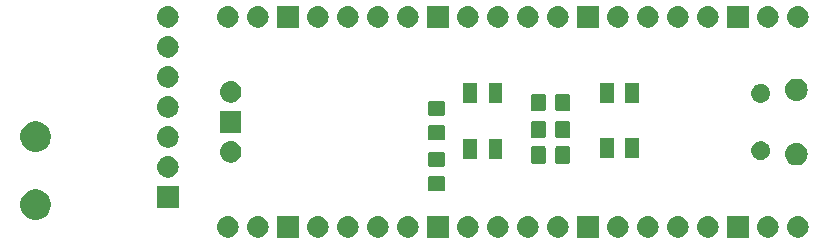
<source format=gbr>
G04 #@! TF.GenerationSoftware,KiCad,Pcbnew,(5.1.4)-1*
G04 #@! TF.CreationDate,2022-10-10T22:46:15+02:00*
G04 #@! TF.ProjectId,PiPico_BCU_Connector,50695069-636f-45f4-9243-555f436f6e6e,V00.04*
G04 #@! TF.SameCoordinates,Original*
G04 #@! TF.FileFunction,Soldermask,Bot*
G04 #@! TF.FilePolarity,Negative*
%FSLAX46Y46*%
G04 Gerber Fmt 4.6, Leading zero omitted, Abs format (unit mm)*
G04 Created by KiCad (PCBNEW (5.1.4)-1) date 2022-10-10 22:46:15*
%MOMM*%
%LPD*%
G04 APERTURE LIST*
%ADD10C,0.100000*%
G04 APERTURE END LIST*
D10*
G36*
X207120443Y-89275519D02*
G01*
X207186627Y-89282037D01*
X207356466Y-89333557D01*
X207512991Y-89417222D01*
X207526041Y-89427932D01*
X207650186Y-89529814D01*
X207733448Y-89631271D01*
X207762778Y-89667009D01*
X207846443Y-89823534D01*
X207897963Y-89993373D01*
X207915359Y-90170000D01*
X207897963Y-90346627D01*
X207846443Y-90516466D01*
X207762778Y-90672991D01*
X207733448Y-90708729D01*
X207650186Y-90810186D01*
X207548729Y-90893448D01*
X207512991Y-90922778D01*
X207356466Y-91006443D01*
X207186627Y-91057963D01*
X207120442Y-91064482D01*
X207054260Y-91071000D01*
X206965740Y-91071000D01*
X206899558Y-91064482D01*
X206833373Y-91057963D01*
X206663534Y-91006443D01*
X206507009Y-90922778D01*
X206471271Y-90893448D01*
X206369814Y-90810186D01*
X206286552Y-90708729D01*
X206257222Y-90672991D01*
X206173557Y-90516466D01*
X206122037Y-90346627D01*
X206104641Y-90170000D01*
X206122037Y-89993373D01*
X206173557Y-89823534D01*
X206257222Y-89667009D01*
X206286552Y-89631271D01*
X206369814Y-89529814D01*
X206493959Y-89427932D01*
X206507009Y-89417222D01*
X206663534Y-89333557D01*
X206833373Y-89282037D01*
X206899557Y-89275519D01*
X206965740Y-89269000D01*
X207054260Y-89269000D01*
X207120443Y-89275519D01*
X207120443Y-89275519D01*
G37*
G36*
X186800443Y-89275519D02*
G01*
X186866627Y-89282037D01*
X187036466Y-89333557D01*
X187192991Y-89417222D01*
X187206041Y-89427932D01*
X187330186Y-89529814D01*
X187413448Y-89631271D01*
X187442778Y-89667009D01*
X187526443Y-89823534D01*
X187577963Y-89993373D01*
X187595359Y-90170000D01*
X187577963Y-90346627D01*
X187526443Y-90516466D01*
X187442778Y-90672991D01*
X187413448Y-90708729D01*
X187330186Y-90810186D01*
X187228729Y-90893448D01*
X187192991Y-90922778D01*
X187036466Y-91006443D01*
X186866627Y-91057963D01*
X186800442Y-91064482D01*
X186734260Y-91071000D01*
X186645740Y-91071000D01*
X186579558Y-91064482D01*
X186513373Y-91057963D01*
X186343534Y-91006443D01*
X186187009Y-90922778D01*
X186151271Y-90893448D01*
X186049814Y-90810186D01*
X185966552Y-90708729D01*
X185937222Y-90672991D01*
X185853557Y-90516466D01*
X185802037Y-90346627D01*
X185784641Y-90170000D01*
X185802037Y-89993373D01*
X185853557Y-89823534D01*
X185937222Y-89667009D01*
X185966552Y-89631271D01*
X186049814Y-89529814D01*
X186173959Y-89427932D01*
X186187009Y-89417222D01*
X186343534Y-89333557D01*
X186513373Y-89282037D01*
X186579557Y-89275519D01*
X186645740Y-89269000D01*
X186734260Y-89269000D01*
X186800443Y-89275519D01*
X186800443Y-89275519D01*
G37*
G36*
X205371000Y-91071000D02*
G01*
X203569000Y-91071000D01*
X203569000Y-89269000D01*
X205371000Y-89269000D01*
X205371000Y-91071000D01*
X205371000Y-91071000D01*
G37*
G36*
X202040443Y-89275519D02*
G01*
X202106627Y-89282037D01*
X202276466Y-89333557D01*
X202432991Y-89417222D01*
X202446041Y-89427932D01*
X202570186Y-89529814D01*
X202653448Y-89631271D01*
X202682778Y-89667009D01*
X202766443Y-89823534D01*
X202817963Y-89993373D01*
X202835359Y-90170000D01*
X202817963Y-90346627D01*
X202766443Y-90516466D01*
X202682778Y-90672991D01*
X202653448Y-90708729D01*
X202570186Y-90810186D01*
X202468729Y-90893448D01*
X202432991Y-90922778D01*
X202276466Y-91006443D01*
X202106627Y-91057963D01*
X202040442Y-91064482D01*
X201974260Y-91071000D01*
X201885740Y-91071000D01*
X201819558Y-91064482D01*
X201753373Y-91057963D01*
X201583534Y-91006443D01*
X201427009Y-90922778D01*
X201391271Y-90893448D01*
X201289814Y-90810186D01*
X201206552Y-90708729D01*
X201177222Y-90672991D01*
X201093557Y-90516466D01*
X201042037Y-90346627D01*
X201024641Y-90170000D01*
X201042037Y-89993373D01*
X201093557Y-89823534D01*
X201177222Y-89667009D01*
X201206552Y-89631271D01*
X201289814Y-89529814D01*
X201413959Y-89427932D01*
X201427009Y-89417222D01*
X201583534Y-89333557D01*
X201753373Y-89282037D01*
X201819557Y-89275519D01*
X201885740Y-89269000D01*
X201974260Y-89269000D01*
X202040443Y-89275519D01*
X202040443Y-89275519D01*
G37*
G36*
X199500443Y-89275519D02*
G01*
X199566627Y-89282037D01*
X199736466Y-89333557D01*
X199892991Y-89417222D01*
X199906041Y-89427932D01*
X200030186Y-89529814D01*
X200113448Y-89631271D01*
X200142778Y-89667009D01*
X200226443Y-89823534D01*
X200277963Y-89993373D01*
X200295359Y-90170000D01*
X200277963Y-90346627D01*
X200226443Y-90516466D01*
X200142778Y-90672991D01*
X200113448Y-90708729D01*
X200030186Y-90810186D01*
X199928729Y-90893448D01*
X199892991Y-90922778D01*
X199736466Y-91006443D01*
X199566627Y-91057963D01*
X199500442Y-91064482D01*
X199434260Y-91071000D01*
X199345740Y-91071000D01*
X199279558Y-91064482D01*
X199213373Y-91057963D01*
X199043534Y-91006443D01*
X198887009Y-90922778D01*
X198851271Y-90893448D01*
X198749814Y-90810186D01*
X198666552Y-90708729D01*
X198637222Y-90672991D01*
X198553557Y-90516466D01*
X198502037Y-90346627D01*
X198484641Y-90170000D01*
X198502037Y-89993373D01*
X198553557Y-89823534D01*
X198637222Y-89667009D01*
X198666552Y-89631271D01*
X198749814Y-89529814D01*
X198873959Y-89427932D01*
X198887009Y-89417222D01*
X199043534Y-89333557D01*
X199213373Y-89282037D01*
X199279557Y-89275519D01*
X199345740Y-89269000D01*
X199434260Y-89269000D01*
X199500443Y-89275519D01*
X199500443Y-89275519D01*
G37*
G36*
X196960443Y-89275519D02*
G01*
X197026627Y-89282037D01*
X197196466Y-89333557D01*
X197352991Y-89417222D01*
X197366041Y-89427932D01*
X197490186Y-89529814D01*
X197573448Y-89631271D01*
X197602778Y-89667009D01*
X197686443Y-89823534D01*
X197737963Y-89993373D01*
X197755359Y-90170000D01*
X197737963Y-90346627D01*
X197686443Y-90516466D01*
X197602778Y-90672991D01*
X197573448Y-90708729D01*
X197490186Y-90810186D01*
X197388729Y-90893448D01*
X197352991Y-90922778D01*
X197196466Y-91006443D01*
X197026627Y-91057963D01*
X196960442Y-91064482D01*
X196894260Y-91071000D01*
X196805740Y-91071000D01*
X196739558Y-91064482D01*
X196673373Y-91057963D01*
X196503534Y-91006443D01*
X196347009Y-90922778D01*
X196311271Y-90893448D01*
X196209814Y-90810186D01*
X196126552Y-90708729D01*
X196097222Y-90672991D01*
X196013557Y-90516466D01*
X195962037Y-90346627D01*
X195944641Y-90170000D01*
X195962037Y-89993373D01*
X196013557Y-89823534D01*
X196097222Y-89667009D01*
X196126552Y-89631271D01*
X196209814Y-89529814D01*
X196333959Y-89427932D01*
X196347009Y-89417222D01*
X196503534Y-89333557D01*
X196673373Y-89282037D01*
X196739557Y-89275519D01*
X196805740Y-89269000D01*
X196894260Y-89269000D01*
X196960443Y-89275519D01*
X196960443Y-89275519D01*
G37*
G36*
X194420443Y-89275519D02*
G01*
X194486627Y-89282037D01*
X194656466Y-89333557D01*
X194812991Y-89417222D01*
X194826041Y-89427932D01*
X194950186Y-89529814D01*
X195033448Y-89631271D01*
X195062778Y-89667009D01*
X195146443Y-89823534D01*
X195197963Y-89993373D01*
X195215359Y-90170000D01*
X195197963Y-90346627D01*
X195146443Y-90516466D01*
X195062778Y-90672991D01*
X195033448Y-90708729D01*
X194950186Y-90810186D01*
X194848729Y-90893448D01*
X194812991Y-90922778D01*
X194656466Y-91006443D01*
X194486627Y-91057963D01*
X194420442Y-91064482D01*
X194354260Y-91071000D01*
X194265740Y-91071000D01*
X194199558Y-91064482D01*
X194133373Y-91057963D01*
X193963534Y-91006443D01*
X193807009Y-90922778D01*
X193771271Y-90893448D01*
X193669814Y-90810186D01*
X193586552Y-90708729D01*
X193557222Y-90672991D01*
X193473557Y-90516466D01*
X193422037Y-90346627D01*
X193404641Y-90170000D01*
X193422037Y-89993373D01*
X193473557Y-89823534D01*
X193557222Y-89667009D01*
X193586552Y-89631271D01*
X193669814Y-89529814D01*
X193793959Y-89427932D01*
X193807009Y-89417222D01*
X193963534Y-89333557D01*
X194133373Y-89282037D01*
X194199557Y-89275519D01*
X194265740Y-89269000D01*
X194354260Y-89269000D01*
X194420443Y-89275519D01*
X194420443Y-89275519D01*
G37*
G36*
X192671000Y-91071000D02*
G01*
X190869000Y-91071000D01*
X190869000Y-89269000D01*
X192671000Y-89269000D01*
X192671000Y-91071000D01*
X192671000Y-91071000D01*
G37*
G36*
X189340443Y-89275519D02*
G01*
X189406627Y-89282037D01*
X189576466Y-89333557D01*
X189732991Y-89417222D01*
X189746041Y-89427932D01*
X189870186Y-89529814D01*
X189953448Y-89631271D01*
X189982778Y-89667009D01*
X190066443Y-89823534D01*
X190117963Y-89993373D01*
X190135359Y-90170000D01*
X190117963Y-90346627D01*
X190066443Y-90516466D01*
X189982778Y-90672991D01*
X189953448Y-90708729D01*
X189870186Y-90810186D01*
X189768729Y-90893448D01*
X189732991Y-90922778D01*
X189576466Y-91006443D01*
X189406627Y-91057963D01*
X189340442Y-91064482D01*
X189274260Y-91071000D01*
X189185740Y-91071000D01*
X189119558Y-91064482D01*
X189053373Y-91057963D01*
X188883534Y-91006443D01*
X188727009Y-90922778D01*
X188691271Y-90893448D01*
X188589814Y-90810186D01*
X188506552Y-90708729D01*
X188477222Y-90672991D01*
X188393557Y-90516466D01*
X188342037Y-90346627D01*
X188324641Y-90170000D01*
X188342037Y-89993373D01*
X188393557Y-89823534D01*
X188477222Y-89667009D01*
X188506552Y-89631271D01*
X188589814Y-89529814D01*
X188713959Y-89427932D01*
X188727009Y-89417222D01*
X188883534Y-89333557D01*
X189053373Y-89282037D01*
X189119557Y-89275519D01*
X189185740Y-89269000D01*
X189274260Y-89269000D01*
X189340443Y-89275519D01*
X189340443Y-89275519D01*
G37*
G36*
X209660443Y-89275519D02*
G01*
X209726627Y-89282037D01*
X209896466Y-89333557D01*
X210052991Y-89417222D01*
X210066041Y-89427932D01*
X210190186Y-89529814D01*
X210273448Y-89631271D01*
X210302778Y-89667009D01*
X210386443Y-89823534D01*
X210437963Y-89993373D01*
X210455359Y-90170000D01*
X210437963Y-90346627D01*
X210386443Y-90516466D01*
X210302778Y-90672991D01*
X210273448Y-90708729D01*
X210190186Y-90810186D01*
X210088729Y-90893448D01*
X210052991Y-90922778D01*
X209896466Y-91006443D01*
X209726627Y-91057963D01*
X209660442Y-91064482D01*
X209594260Y-91071000D01*
X209505740Y-91071000D01*
X209439558Y-91064482D01*
X209373373Y-91057963D01*
X209203534Y-91006443D01*
X209047009Y-90922778D01*
X209011271Y-90893448D01*
X208909814Y-90810186D01*
X208826552Y-90708729D01*
X208797222Y-90672991D01*
X208713557Y-90516466D01*
X208662037Y-90346627D01*
X208644641Y-90170000D01*
X208662037Y-89993373D01*
X208713557Y-89823534D01*
X208797222Y-89667009D01*
X208826552Y-89631271D01*
X208909814Y-89529814D01*
X209033959Y-89427932D01*
X209047009Y-89417222D01*
X209203534Y-89333557D01*
X209373373Y-89282037D01*
X209439557Y-89275519D01*
X209505740Y-89269000D01*
X209594260Y-89269000D01*
X209660443Y-89275519D01*
X209660443Y-89275519D01*
G37*
G36*
X181720443Y-89275519D02*
G01*
X181786627Y-89282037D01*
X181956466Y-89333557D01*
X182112991Y-89417222D01*
X182126041Y-89427932D01*
X182250186Y-89529814D01*
X182333448Y-89631271D01*
X182362778Y-89667009D01*
X182446443Y-89823534D01*
X182497963Y-89993373D01*
X182515359Y-90170000D01*
X182497963Y-90346627D01*
X182446443Y-90516466D01*
X182362778Y-90672991D01*
X182333448Y-90708729D01*
X182250186Y-90810186D01*
X182148729Y-90893448D01*
X182112991Y-90922778D01*
X181956466Y-91006443D01*
X181786627Y-91057963D01*
X181720442Y-91064482D01*
X181654260Y-91071000D01*
X181565740Y-91071000D01*
X181499558Y-91064482D01*
X181433373Y-91057963D01*
X181263534Y-91006443D01*
X181107009Y-90922778D01*
X181071271Y-90893448D01*
X180969814Y-90810186D01*
X180886552Y-90708729D01*
X180857222Y-90672991D01*
X180773557Y-90516466D01*
X180722037Y-90346627D01*
X180704641Y-90170000D01*
X180722037Y-89993373D01*
X180773557Y-89823534D01*
X180857222Y-89667009D01*
X180886552Y-89631271D01*
X180969814Y-89529814D01*
X181093959Y-89427932D01*
X181107009Y-89417222D01*
X181263534Y-89333557D01*
X181433373Y-89282037D01*
X181499557Y-89275519D01*
X181565740Y-89269000D01*
X181654260Y-89269000D01*
X181720443Y-89275519D01*
X181720443Y-89275519D01*
G37*
G36*
X161400443Y-89275519D02*
G01*
X161466627Y-89282037D01*
X161636466Y-89333557D01*
X161792991Y-89417222D01*
X161806041Y-89427932D01*
X161930186Y-89529814D01*
X162013448Y-89631271D01*
X162042778Y-89667009D01*
X162126443Y-89823534D01*
X162177963Y-89993373D01*
X162195359Y-90170000D01*
X162177963Y-90346627D01*
X162126443Y-90516466D01*
X162042778Y-90672991D01*
X162013448Y-90708729D01*
X161930186Y-90810186D01*
X161828729Y-90893448D01*
X161792991Y-90922778D01*
X161636466Y-91006443D01*
X161466627Y-91057963D01*
X161400442Y-91064482D01*
X161334260Y-91071000D01*
X161245740Y-91071000D01*
X161179558Y-91064482D01*
X161113373Y-91057963D01*
X160943534Y-91006443D01*
X160787009Y-90922778D01*
X160751271Y-90893448D01*
X160649814Y-90810186D01*
X160566552Y-90708729D01*
X160537222Y-90672991D01*
X160453557Y-90516466D01*
X160402037Y-90346627D01*
X160384641Y-90170000D01*
X160402037Y-89993373D01*
X160453557Y-89823534D01*
X160537222Y-89667009D01*
X160566552Y-89631271D01*
X160649814Y-89529814D01*
X160773959Y-89427932D01*
X160787009Y-89417222D01*
X160943534Y-89333557D01*
X161113373Y-89282037D01*
X161179557Y-89275519D01*
X161245740Y-89269000D01*
X161334260Y-89269000D01*
X161400443Y-89275519D01*
X161400443Y-89275519D01*
G37*
G36*
X163940443Y-89275519D02*
G01*
X164006627Y-89282037D01*
X164176466Y-89333557D01*
X164332991Y-89417222D01*
X164346041Y-89427932D01*
X164470186Y-89529814D01*
X164553448Y-89631271D01*
X164582778Y-89667009D01*
X164666443Y-89823534D01*
X164717963Y-89993373D01*
X164735359Y-90170000D01*
X164717963Y-90346627D01*
X164666443Y-90516466D01*
X164582778Y-90672991D01*
X164553448Y-90708729D01*
X164470186Y-90810186D01*
X164368729Y-90893448D01*
X164332991Y-90922778D01*
X164176466Y-91006443D01*
X164006627Y-91057963D01*
X163940442Y-91064482D01*
X163874260Y-91071000D01*
X163785740Y-91071000D01*
X163719558Y-91064482D01*
X163653373Y-91057963D01*
X163483534Y-91006443D01*
X163327009Y-90922778D01*
X163291271Y-90893448D01*
X163189814Y-90810186D01*
X163106552Y-90708729D01*
X163077222Y-90672991D01*
X162993557Y-90516466D01*
X162942037Y-90346627D01*
X162924641Y-90170000D01*
X162942037Y-89993373D01*
X162993557Y-89823534D01*
X163077222Y-89667009D01*
X163106552Y-89631271D01*
X163189814Y-89529814D01*
X163313959Y-89427932D01*
X163327009Y-89417222D01*
X163483534Y-89333557D01*
X163653373Y-89282037D01*
X163719557Y-89275519D01*
X163785740Y-89269000D01*
X163874260Y-89269000D01*
X163940443Y-89275519D01*
X163940443Y-89275519D01*
G37*
G36*
X167271000Y-91071000D02*
G01*
X165469000Y-91071000D01*
X165469000Y-89269000D01*
X167271000Y-89269000D01*
X167271000Y-91071000D01*
X167271000Y-91071000D01*
G37*
G36*
X169020443Y-89275519D02*
G01*
X169086627Y-89282037D01*
X169256466Y-89333557D01*
X169412991Y-89417222D01*
X169426041Y-89427932D01*
X169550186Y-89529814D01*
X169633448Y-89631271D01*
X169662778Y-89667009D01*
X169746443Y-89823534D01*
X169797963Y-89993373D01*
X169815359Y-90170000D01*
X169797963Y-90346627D01*
X169746443Y-90516466D01*
X169662778Y-90672991D01*
X169633448Y-90708729D01*
X169550186Y-90810186D01*
X169448729Y-90893448D01*
X169412991Y-90922778D01*
X169256466Y-91006443D01*
X169086627Y-91057963D01*
X169020442Y-91064482D01*
X168954260Y-91071000D01*
X168865740Y-91071000D01*
X168799558Y-91064482D01*
X168733373Y-91057963D01*
X168563534Y-91006443D01*
X168407009Y-90922778D01*
X168371271Y-90893448D01*
X168269814Y-90810186D01*
X168186552Y-90708729D01*
X168157222Y-90672991D01*
X168073557Y-90516466D01*
X168022037Y-90346627D01*
X168004641Y-90170000D01*
X168022037Y-89993373D01*
X168073557Y-89823534D01*
X168157222Y-89667009D01*
X168186552Y-89631271D01*
X168269814Y-89529814D01*
X168393959Y-89427932D01*
X168407009Y-89417222D01*
X168563534Y-89333557D01*
X168733373Y-89282037D01*
X168799557Y-89275519D01*
X168865740Y-89269000D01*
X168954260Y-89269000D01*
X169020443Y-89275519D01*
X169020443Y-89275519D01*
G37*
G36*
X174100443Y-89275519D02*
G01*
X174166627Y-89282037D01*
X174336466Y-89333557D01*
X174492991Y-89417222D01*
X174506041Y-89427932D01*
X174630186Y-89529814D01*
X174713448Y-89631271D01*
X174742778Y-89667009D01*
X174826443Y-89823534D01*
X174877963Y-89993373D01*
X174895359Y-90170000D01*
X174877963Y-90346627D01*
X174826443Y-90516466D01*
X174742778Y-90672991D01*
X174713448Y-90708729D01*
X174630186Y-90810186D01*
X174528729Y-90893448D01*
X174492991Y-90922778D01*
X174336466Y-91006443D01*
X174166627Y-91057963D01*
X174100442Y-91064482D01*
X174034260Y-91071000D01*
X173945740Y-91071000D01*
X173879558Y-91064482D01*
X173813373Y-91057963D01*
X173643534Y-91006443D01*
X173487009Y-90922778D01*
X173451271Y-90893448D01*
X173349814Y-90810186D01*
X173266552Y-90708729D01*
X173237222Y-90672991D01*
X173153557Y-90516466D01*
X173102037Y-90346627D01*
X173084641Y-90170000D01*
X173102037Y-89993373D01*
X173153557Y-89823534D01*
X173237222Y-89667009D01*
X173266552Y-89631271D01*
X173349814Y-89529814D01*
X173473959Y-89427932D01*
X173487009Y-89417222D01*
X173643534Y-89333557D01*
X173813373Y-89282037D01*
X173879557Y-89275519D01*
X173945740Y-89269000D01*
X174034260Y-89269000D01*
X174100443Y-89275519D01*
X174100443Y-89275519D01*
G37*
G36*
X184260443Y-89275519D02*
G01*
X184326627Y-89282037D01*
X184496466Y-89333557D01*
X184652991Y-89417222D01*
X184666041Y-89427932D01*
X184790186Y-89529814D01*
X184873448Y-89631271D01*
X184902778Y-89667009D01*
X184986443Y-89823534D01*
X185037963Y-89993373D01*
X185055359Y-90170000D01*
X185037963Y-90346627D01*
X184986443Y-90516466D01*
X184902778Y-90672991D01*
X184873448Y-90708729D01*
X184790186Y-90810186D01*
X184688729Y-90893448D01*
X184652991Y-90922778D01*
X184496466Y-91006443D01*
X184326627Y-91057963D01*
X184260442Y-91064482D01*
X184194260Y-91071000D01*
X184105740Y-91071000D01*
X184039558Y-91064482D01*
X183973373Y-91057963D01*
X183803534Y-91006443D01*
X183647009Y-90922778D01*
X183611271Y-90893448D01*
X183509814Y-90810186D01*
X183426552Y-90708729D01*
X183397222Y-90672991D01*
X183313557Y-90516466D01*
X183262037Y-90346627D01*
X183244641Y-90170000D01*
X183262037Y-89993373D01*
X183313557Y-89823534D01*
X183397222Y-89667009D01*
X183426552Y-89631271D01*
X183509814Y-89529814D01*
X183633959Y-89427932D01*
X183647009Y-89417222D01*
X183803534Y-89333557D01*
X183973373Y-89282037D01*
X184039557Y-89275519D01*
X184105740Y-89269000D01*
X184194260Y-89269000D01*
X184260443Y-89275519D01*
X184260443Y-89275519D01*
G37*
G36*
X179971000Y-91071000D02*
G01*
X178169000Y-91071000D01*
X178169000Y-89269000D01*
X179971000Y-89269000D01*
X179971000Y-91071000D01*
X179971000Y-91071000D01*
G37*
G36*
X171560443Y-89275519D02*
G01*
X171626627Y-89282037D01*
X171796466Y-89333557D01*
X171952991Y-89417222D01*
X171966041Y-89427932D01*
X172090186Y-89529814D01*
X172173448Y-89631271D01*
X172202778Y-89667009D01*
X172286443Y-89823534D01*
X172337963Y-89993373D01*
X172355359Y-90170000D01*
X172337963Y-90346627D01*
X172286443Y-90516466D01*
X172202778Y-90672991D01*
X172173448Y-90708729D01*
X172090186Y-90810186D01*
X171988729Y-90893448D01*
X171952991Y-90922778D01*
X171796466Y-91006443D01*
X171626627Y-91057963D01*
X171560442Y-91064482D01*
X171494260Y-91071000D01*
X171405740Y-91071000D01*
X171339558Y-91064482D01*
X171273373Y-91057963D01*
X171103534Y-91006443D01*
X170947009Y-90922778D01*
X170911271Y-90893448D01*
X170809814Y-90810186D01*
X170726552Y-90708729D01*
X170697222Y-90672991D01*
X170613557Y-90516466D01*
X170562037Y-90346627D01*
X170544641Y-90170000D01*
X170562037Y-89993373D01*
X170613557Y-89823534D01*
X170697222Y-89667009D01*
X170726552Y-89631271D01*
X170809814Y-89529814D01*
X170933959Y-89427932D01*
X170947009Y-89417222D01*
X171103534Y-89333557D01*
X171273373Y-89282037D01*
X171339557Y-89275519D01*
X171405740Y-89269000D01*
X171494260Y-89269000D01*
X171560443Y-89275519D01*
X171560443Y-89275519D01*
G37*
G36*
X176640443Y-89275519D02*
G01*
X176706627Y-89282037D01*
X176876466Y-89333557D01*
X177032991Y-89417222D01*
X177046041Y-89427932D01*
X177170186Y-89529814D01*
X177253448Y-89631271D01*
X177282778Y-89667009D01*
X177366443Y-89823534D01*
X177417963Y-89993373D01*
X177435359Y-90170000D01*
X177417963Y-90346627D01*
X177366443Y-90516466D01*
X177282778Y-90672991D01*
X177253448Y-90708729D01*
X177170186Y-90810186D01*
X177068729Y-90893448D01*
X177032991Y-90922778D01*
X176876466Y-91006443D01*
X176706627Y-91057963D01*
X176640442Y-91064482D01*
X176574260Y-91071000D01*
X176485740Y-91071000D01*
X176419558Y-91064482D01*
X176353373Y-91057963D01*
X176183534Y-91006443D01*
X176027009Y-90922778D01*
X175991271Y-90893448D01*
X175889814Y-90810186D01*
X175806552Y-90708729D01*
X175777222Y-90672991D01*
X175693557Y-90516466D01*
X175642037Y-90346627D01*
X175624641Y-90170000D01*
X175642037Y-89993373D01*
X175693557Y-89823534D01*
X175777222Y-89667009D01*
X175806552Y-89631271D01*
X175889814Y-89529814D01*
X176013959Y-89427932D01*
X176027009Y-89417222D01*
X176183534Y-89333557D01*
X176353373Y-89282037D01*
X176419557Y-89275519D01*
X176485740Y-89269000D01*
X176574260Y-89269000D01*
X176640443Y-89275519D01*
X176640443Y-89275519D01*
G37*
G36*
X145394487Y-87023996D02*
G01*
X145631253Y-87122068D01*
X145631255Y-87122069D01*
X145844339Y-87264447D01*
X146025553Y-87445661D01*
X146167932Y-87658747D01*
X146266004Y-87895513D01*
X146316000Y-88146861D01*
X146316000Y-88403139D01*
X146266004Y-88654487D01*
X146167932Y-88891253D01*
X146167931Y-88891255D01*
X146025553Y-89104339D01*
X145844339Y-89285553D01*
X145631255Y-89427931D01*
X145631254Y-89427932D01*
X145631253Y-89427932D01*
X145394487Y-89526004D01*
X145143139Y-89576000D01*
X144886861Y-89576000D01*
X144635513Y-89526004D01*
X144398747Y-89427932D01*
X144398746Y-89427932D01*
X144398745Y-89427931D01*
X144185661Y-89285553D01*
X144004447Y-89104339D01*
X143862069Y-88891255D01*
X143862068Y-88891253D01*
X143763996Y-88654487D01*
X143714000Y-88403139D01*
X143714000Y-88146861D01*
X143763996Y-87895513D01*
X143862068Y-87658747D01*
X144004447Y-87445661D01*
X144185661Y-87264447D01*
X144398745Y-87122069D01*
X144398747Y-87122068D01*
X144635513Y-87023996D01*
X144886861Y-86974000D01*
X145143139Y-86974000D01*
X145394487Y-87023996D01*
X145394487Y-87023996D01*
G37*
G36*
X157111000Y-88531000D02*
G01*
X155309000Y-88531000D01*
X155309000Y-86729000D01*
X157111000Y-86729000D01*
X157111000Y-88531000D01*
X157111000Y-88531000D01*
G37*
G36*
X179531674Y-85874465D02*
G01*
X179569367Y-85885899D01*
X179604103Y-85904466D01*
X179634548Y-85929452D01*
X179659534Y-85959897D01*
X179678101Y-85994633D01*
X179689535Y-86032326D01*
X179694000Y-86077661D01*
X179694000Y-86914339D01*
X179689535Y-86959674D01*
X179678101Y-86997367D01*
X179659534Y-87032103D01*
X179634548Y-87062548D01*
X179604103Y-87087534D01*
X179569367Y-87106101D01*
X179531674Y-87117535D01*
X179486339Y-87122000D01*
X178399661Y-87122000D01*
X178354326Y-87117535D01*
X178316633Y-87106101D01*
X178281897Y-87087534D01*
X178251452Y-87062548D01*
X178226466Y-87032103D01*
X178207899Y-86997367D01*
X178196465Y-86959674D01*
X178192000Y-86914339D01*
X178192000Y-86077661D01*
X178196465Y-86032326D01*
X178207899Y-85994633D01*
X178226466Y-85959897D01*
X178251452Y-85929452D01*
X178281897Y-85904466D01*
X178316633Y-85885899D01*
X178354326Y-85874465D01*
X178399661Y-85870000D01*
X179486339Y-85870000D01*
X179531674Y-85874465D01*
X179531674Y-85874465D01*
G37*
G36*
X156320442Y-84195518D02*
G01*
X156386627Y-84202037D01*
X156556466Y-84253557D01*
X156712991Y-84337222D01*
X156733435Y-84354000D01*
X156850186Y-84449814D01*
X156920836Y-84535903D01*
X156962778Y-84587009D01*
X157046443Y-84743534D01*
X157097963Y-84913373D01*
X157115359Y-85090000D01*
X157097963Y-85266627D01*
X157046443Y-85436466D01*
X156962778Y-85592991D01*
X156933448Y-85628729D01*
X156850186Y-85730186D01*
X156748729Y-85813448D01*
X156712991Y-85842778D01*
X156712989Y-85842779D01*
X156576249Y-85915869D01*
X156556466Y-85926443D01*
X156386627Y-85977963D01*
X156320442Y-85984482D01*
X156254260Y-85991000D01*
X156165740Y-85991000D01*
X156099558Y-85984482D01*
X156033373Y-85977963D01*
X155863534Y-85926443D01*
X155843752Y-85915869D01*
X155707011Y-85842779D01*
X155707009Y-85842778D01*
X155671271Y-85813448D01*
X155569814Y-85730186D01*
X155486552Y-85628729D01*
X155457222Y-85592991D01*
X155373557Y-85436466D01*
X155322037Y-85266627D01*
X155304641Y-85090000D01*
X155322037Y-84913373D01*
X155373557Y-84743534D01*
X155457222Y-84587009D01*
X155499164Y-84535903D01*
X155569814Y-84449814D01*
X155686565Y-84354000D01*
X155707009Y-84337222D01*
X155863534Y-84253557D01*
X156033373Y-84202037D01*
X156099558Y-84195518D01*
X156165740Y-84189000D01*
X156254260Y-84189000D01*
X156320442Y-84195518D01*
X156320442Y-84195518D01*
G37*
G36*
X179531674Y-83824465D02*
G01*
X179569367Y-83835899D01*
X179604103Y-83854466D01*
X179634548Y-83879452D01*
X179659534Y-83909897D01*
X179678101Y-83944633D01*
X179689535Y-83982326D01*
X179694000Y-84027661D01*
X179694000Y-84864339D01*
X179689535Y-84909674D01*
X179678101Y-84947367D01*
X179659534Y-84982103D01*
X179634548Y-85012548D01*
X179604103Y-85037534D01*
X179569367Y-85056101D01*
X179531674Y-85067535D01*
X179486339Y-85072000D01*
X178399661Y-85072000D01*
X178354326Y-85067535D01*
X178316633Y-85056101D01*
X178281897Y-85037534D01*
X178251452Y-85012548D01*
X178226466Y-84982103D01*
X178207899Y-84947367D01*
X178196465Y-84909674D01*
X178192000Y-84864339D01*
X178192000Y-84027661D01*
X178196465Y-83982326D01*
X178207899Y-83944633D01*
X178226466Y-83909897D01*
X178251452Y-83879452D01*
X178281897Y-83854466D01*
X178316633Y-83835899D01*
X178354326Y-83824465D01*
X178399661Y-83820000D01*
X179486339Y-83820000D01*
X179531674Y-83824465D01*
X179531674Y-83824465D01*
G37*
G36*
X209606425Y-83067760D02*
G01*
X209606428Y-83067761D01*
X209606429Y-83067761D01*
X209785693Y-83122140D01*
X209785696Y-83122142D01*
X209785697Y-83122142D01*
X209950903Y-83210446D01*
X210095712Y-83329288D01*
X210214554Y-83474097D01*
X210279270Y-83595173D01*
X210302860Y-83639307D01*
X210344326Y-83776003D01*
X210357240Y-83818575D01*
X210375601Y-84005000D01*
X210357240Y-84191425D01*
X210357239Y-84191428D01*
X210357239Y-84191429D01*
X210302860Y-84370693D01*
X210302858Y-84370696D01*
X210302858Y-84370697D01*
X210214554Y-84535903D01*
X210095712Y-84680712D01*
X209950903Y-84799554D01*
X209785697Y-84887858D01*
X209785693Y-84887860D01*
X209606429Y-84942239D01*
X209606428Y-84942239D01*
X209606425Y-84942240D01*
X209466718Y-84956000D01*
X209373282Y-84956000D01*
X209233575Y-84942240D01*
X209233572Y-84942239D01*
X209233571Y-84942239D01*
X209054307Y-84887860D01*
X209054303Y-84887858D01*
X208889097Y-84799554D01*
X208744288Y-84680712D01*
X208625446Y-84535903D01*
X208537142Y-84370697D01*
X208537142Y-84370696D01*
X208537140Y-84370693D01*
X208482761Y-84191429D01*
X208482761Y-84191428D01*
X208482760Y-84191425D01*
X208464399Y-84005000D01*
X208482760Y-83818575D01*
X208495674Y-83776003D01*
X208537140Y-83639307D01*
X208560730Y-83595173D01*
X208625446Y-83474097D01*
X208744288Y-83329288D01*
X208889097Y-83210446D01*
X209054303Y-83122142D01*
X209054304Y-83122142D01*
X209054307Y-83122140D01*
X209233571Y-83067761D01*
X209233572Y-83067761D01*
X209233575Y-83067760D01*
X209373282Y-83054000D01*
X209466718Y-83054000D01*
X209606425Y-83067760D01*
X209606425Y-83067760D01*
G37*
G36*
X188033674Y-83327465D02*
G01*
X188071367Y-83338899D01*
X188106103Y-83357466D01*
X188136548Y-83382452D01*
X188161534Y-83412897D01*
X188180101Y-83447633D01*
X188191535Y-83485326D01*
X188196000Y-83530661D01*
X188196000Y-84617339D01*
X188191535Y-84662674D01*
X188180101Y-84700367D01*
X188161534Y-84735103D01*
X188136548Y-84765548D01*
X188106103Y-84790534D01*
X188071367Y-84809101D01*
X188033674Y-84820535D01*
X187988339Y-84825000D01*
X187151661Y-84825000D01*
X187106326Y-84820535D01*
X187068633Y-84809101D01*
X187033897Y-84790534D01*
X187003452Y-84765548D01*
X186978466Y-84735103D01*
X186959899Y-84700367D01*
X186948465Y-84662674D01*
X186944000Y-84617339D01*
X186944000Y-83530661D01*
X186948465Y-83485326D01*
X186959899Y-83447633D01*
X186978466Y-83412897D01*
X187003452Y-83382452D01*
X187033897Y-83357466D01*
X187068633Y-83338899D01*
X187106326Y-83327465D01*
X187151661Y-83323000D01*
X187988339Y-83323000D01*
X188033674Y-83327465D01*
X188033674Y-83327465D01*
G37*
G36*
X190083674Y-83327465D02*
G01*
X190121367Y-83338899D01*
X190156103Y-83357466D01*
X190186548Y-83382452D01*
X190211534Y-83412897D01*
X190230101Y-83447633D01*
X190241535Y-83485326D01*
X190246000Y-83530661D01*
X190246000Y-84617339D01*
X190241535Y-84662674D01*
X190230101Y-84700367D01*
X190211534Y-84735103D01*
X190186548Y-84765548D01*
X190156103Y-84790534D01*
X190121367Y-84809101D01*
X190083674Y-84820535D01*
X190038339Y-84825000D01*
X189201661Y-84825000D01*
X189156326Y-84820535D01*
X189118633Y-84809101D01*
X189083897Y-84790534D01*
X189053452Y-84765548D01*
X189028466Y-84735103D01*
X189009899Y-84700367D01*
X188998465Y-84662674D01*
X188994000Y-84617339D01*
X188994000Y-83530661D01*
X188998465Y-83485326D01*
X189009899Y-83447633D01*
X189028466Y-83412897D01*
X189053452Y-83382452D01*
X189083897Y-83357466D01*
X189118633Y-83338899D01*
X189156326Y-83327465D01*
X189201661Y-83323000D01*
X190038339Y-83323000D01*
X190083674Y-83327465D01*
X190083674Y-83327465D01*
G37*
G36*
X161630443Y-82925519D02*
G01*
X161696627Y-82932037D01*
X161866466Y-82983557D01*
X162022991Y-83067222D01*
X162058729Y-83096552D01*
X162160186Y-83179814D01*
X162224215Y-83257835D01*
X162272778Y-83317009D01*
X162356443Y-83473534D01*
X162407963Y-83643373D01*
X162425359Y-83820000D01*
X162407963Y-83996627D01*
X162356443Y-84166466D01*
X162272778Y-84322991D01*
X162247329Y-84354000D01*
X162160186Y-84460186D01*
X162067923Y-84535903D01*
X162022991Y-84572778D01*
X161866466Y-84656443D01*
X161696627Y-84707963D01*
X161630443Y-84714481D01*
X161564260Y-84721000D01*
X161475740Y-84721000D01*
X161409557Y-84714481D01*
X161343373Y-84707963D01*
X161173534Y-84656443D01*
X161017009Y-84572778D01*
X160972077Y-84535903D01*
X160879814Y-84460186D01*
X160792671Y-84354000D01*
X160767222Y-84322991D01*
X160683557Y-84166466D01*
X160632037Y-83996627D01*
X160614641Y-83820000D01*
X160632037Y-83643373D01*
X160683557Y-83473534D01*
X160767222Y-83317009D01*
X160815785Y-83257835D01*
X160879814Y-83179814D01*
X160981271Y-83096552D01*
X161017009Y-83067222D01*
X161173534Y-82983557D01*
X161343373Y-82932037D01*
X161409557Y-82925519D01*
X161475740Y-82919000D01*
X161564260Y-82919000D01*
X161630443Y-82925519D01*
X161630443Y-82925519D01*
G37*
G36*
X206468571Y-82907863D02*
G01*
X206547023Y-82915590D01*
X206647682Y-82946125D01*
X206698013Y-82961392D01*
X206837165Y-83035771D01*
X206959133Y-83135867D01*
X207059229Y-83257835D01*
X207133608Y-83396987D01*
X207133608Y-83396988D01*
X207179410Y-83547977D01*
X207194875Y-83705000D01*
X207179410Y-83862023D01*
X207148875Y-83962682D01*
X207133608Y-84013013D01*
X207059229Y-84152165D01*
X206959133Y-84274133D01*
X206837165Y-84374229D01*
X206698013Y-84448608D01*
X206647682Y-84463875D01*
X206547023Y-84494410D01*
X206468571Y-84502137D01*
X206429346Y-84506000D01*
X206350654Y-84506000D01*
X206311429Y-84502137D01*
X206232977Y-84494410D01*
X206132318Y-84463875D01*
X206081987Y-84448608D01*
X205942835Y-84374229D01*
X205820867Y-84274133D01*
X205720771Y-84152165D01*
X205646392Y-84013013D01*
X205631125Y-83962682D01*
X205600590Y-83862023D01*
X205585125Y-83705000D01*
X205600590Y-83547977D01*
X205646392Y-83396988D01*
X205646392Y-83396987D01*
X205720771Y-83257835D01*
X205820867Y-83135867D01*
X205942835Y-83035771D01*
X206081987Y-82961392D01*
X206132318Y-82946125D01*
X206232977Y-82915590D01*
X206311429Y-82907863D01*
X206350654Y-82904000D01*
X206429346Y-82904000D01*
X206468571Y-82907863D01*
X206468571Y-82907863D01*
G37*
G36*
X184531000Y-84391000D02*
G01*
X183379000Y-84391000D01*
X183379000Y-82689000D01*
X184531000Y-82689000D01*
X184531000Y-84391000D01*
X184531000Y-84391000D01*
G37*
G36*
X182381000Y-84391000D02*
G01*
X181229000Y-84391000D01*
X181229000Y-82689000D01*
X182381000Y-82689000D01*
X182381000Y-84391000D01*
X182381000Y-84391000D01*
G37*
G36*
X196088000Y-84354000D02*
G01*
X194936000Y-84354000D01*
X194936000Y-82652000D01*
X196088000Y-82652000D01*
X196088000Y-84354000D01*
X196088000Y-84354000D01*
G37*
G36*
X193938000Y-84354000D02*
G01*
X192786000Y-84354000D01*
X192786000Y-82652000D01*
X193938000Y-82652000D01*
X193938000Y-84354000D01*
X193938000Y-84354000D01*
G37*
G36*
X145394487Y-81273996D02*
G01*
X145630270Y-81371661D01*
X145631255Y-81372069D01*
X145844339Y-81514447D01*
X146025553Y-81695661D01*
X146167932Y-81908747D01*
X146266004Y-82145513D01*
X146316000Y-82396861D01*
X146316000Y-82653139D01*
X146266004Y-82904487D01*
X146198374Y-83067760D01*
X146167931Y-83141255D01*
X146025553Y-83354339D01*
X145844339Y-83535553D01*
X145631255Y-83677931D01*
X145631254Y-83677932D01*
X145631253Y-83677932D01*
X145394487Y-83776004D01*
X145143139Y-83826000D01*
X144886861Y-83826000D01*
X144635513Y-83776004D01*
X144398747Y-83677932D01*
X144398746Y-83677932D01*
X144398745Y-83677931D01*
X144185661Y-83535553D01*
X144004447Y-83354339D01*
X143862069Y-83141255D01*
X143831626Y-83067760D01*
X143763996Y-82904487D01*
X143714000Y-82653139D01*
X143714000Y-82396861D01*
X143763996Y-82145513D01*
X143862068Y-81908747D01*
X144004447Y-81695661D01*
X144185661Y-81514447D01*
X144398745Y-81372069D01*
X144399730Y-81371661D01*
X144635513Y-81273996D01*
X144886861Y-81224000D01*
X145143139Y-81224000D01*
X145394487Y-81273996D01*
X145394487Y-81273996D01*
G37*
G36*
X156320443Y-81655519D02*
G01*
X156386627Y-81662037D01*
X156556466Y-81713557D01*
X156712991Y-81797222D01*
X156745831Y-81824173D01*
X156850186Y-81909814D01*
X156933448Y-82011271D01*
X156962778Y-82047009D01*
X157046443Y-82203534D01*
X157097963Y-82373373D01*
X157115359Y-82550000D01*
X157097963Y-82726627D01*
X157046443Y-82896466D01*
X156962778Y-83052991D01*
X156950657Y-83067760D01*
X156850186Y-83190186D01*
X156767754Y-83257835D01*
X156712991Y-83302778D01*
X156556466Y-83386443D01*
X156386627Y-83437963D01*
X156325717Y-83443962D01*
X156254260Y-83451000D01*
X156165740Y-83451000D01*
X156094283Y-83443962D01*
X156033373Y-83437963D01*
X155863534Y-83386443D01*
X155707009Y-83302778D01*
X155652246Y-83257835D01*
X155569814Y-83190186D01*
X155469343Y-83067760D01*
X155457222Y-83052991D01*
X155373557Y-82896466D01*
X155322037Y-82726627D01*
X155304641Y-82550000D01*
X155322037Y-82373373D01*
X155373557Y-82203534D01*
X155457222Y-82047009D01*
X155486552Y-82011271D01*
X155569814Y-81909814D01*
X155674169Y-81824173D01*
X155707009Y-81797222D01*
X155863534Y-81713557D01*
X156033373Y-81662037D01*
X156099557Y-81655519D01*
X156165740Y-81649000D01*
X156254260Y-81649000D01*
X156320443Y-81655519D01*
X156320443Y-81655519D01*
G37*
G36*
X179531674Y-81556465D02*
G01*
X179569367Y-81567899D01*
X179604103Y-81586466D01*
X179634548Y-81611452D01*
X179659534Y-81641897D01*
X179678101Y-81676633D01*
X179689535Y-81714326D01*
X179694000Y-81759661D01*
X179694000Y-82596339D01*
X179689535Y-82641674D01*
X179678101Y-82679367D01*
X179659534Y-82714103D01*
X179634548Y-82744548D01*
X179604103Y-82769534D01*
X179569367Y-82788101D01*
X179531674Y-82799535D01*
X179486339Y-82804000D01*
X178399661Y-82804000D01*
X178354326Y-82799535D01*
X178316633Y-82788101D01*
X178281897Y-82769534D01*
X178251452Y-82744548D01*
X178226466Y-82714103D01*
X178207899Y-82679367D01*
X178196465Y-82641674D01*
X178192000Y-82596339D01*
X178192000Y-81759661D01*
X178196465Y-81714326D01*
X178207899Y-81676633D01*
X178226466Y-81641897D01*
X178251452Y-81611452D01*
X178281897Y-81586466D01*
X178316633Y-81567899D01*
X178354326Y-81556465D01*
X178399661Y-81552000D01*
X179486339Y-81552000D01*
X179531674Y-81556465D01*
X179531674Y-81556465D01*
G37*
G36*
X190083674Y-81168465D02*
G01*
X190121367Y-81179899D01*
X190156103Y-81198466D01*
X190186548Y-81223452D01*
X190211534Y-81253897D01*
X190230101Y-81288633D01*
X190241535Y-81326326D01*
X190246000Y-81371661D01*
X190246000Y-82458339D01*
X190241535Y-82503674D01*
X190230101Y-82541367D01*
X190211534Y-82576103D01*
X190186548Y-82606548D01*
X190156103Y-82631534D01*
X190121367Y-82650101D01*
X190083674Y-82661535D01*
X190038339Y-82666000D01*
X189201661Y-82666000D01*
X189156326Y-82661535D01*
X189118633Y-82650101D01*
X189083897Y-82631534D01*
X189053452Y-82606548D01*
X189028466Y-82576103D01*
X189009899Y-82541367D01*
X188998465Y-82503674D01*
X188994000Y-82458339D01*
X188994000Y-81371661D01*
X188998465Y-81326326D01*
X189009899Y-81288633D01*
X189028466Y-81253897D01*
X189053452Y-81223452D01*
X189083897Y-81198466D01*
X189118633Y-81179899D01*
X189156326Y-81168465D01*
X189201661Y-81164000D01*
X190038339Y-81164000D01*
X190083674Y-81168465D01*
X190083674Y-81168465D01*
G37*
G36*
X188033674Y-81168465D02*
G01*
X188071367Y-81179899D01*
X188106103Y-81198466D01*
X188136548Y-81223452D01*
X188161534Y-81253897D01*
X188180101Y-81288633D01*
X188191535Y-81326326D01*
X188196000Y-81371661D01*
X188196000Y-82458339D01*
X188191535Y-82503674D01*
X188180101Y-82541367D01*
X188161534Y-82576103D01*
X188136548Y-82606548D01*
X188106103Y-82631534D01*
X188071367Y-82650101D01*
X188033674Y-82661535D01*
X187988339Y-82666000D01*
X187151661Y-82666000D01*
X187106326Y-82661535D01*
X187068633Y-82650101D01*
X187033897Y-82631534D01*
X187003452Y-82606548D01*
X186978466Y-82576103D01*
X186959899Y-82541367D01*
X186948465Y-82503674D01*
X186944000Y-82458339D01*
X186944000Y-81371661D01*
X186948465Y-81326326D01*
X186959899Y-81288633D01*
X186978466Y-81253897D01*
X187003452Y-81223452D01*
X187033897Y-81198466D01*
X187068633Y-81179899D01*
X187106326Y-81168465D01*
X187151661Y-81164000D01*
X187988339Y-81164000D01*
X188033674Y-81168465D01*
X188033674Y-81168465D01*
G37*
G36*
X162421000Y-82181000D02*
G01*
X160619000Y-82181000D01*
X160619000Y-80379000D01*
X162421000Y-80379000D01*
X162421000Y-82181000D01*
X162421000Y-82181000D01*
G37*
G36*
X156320443Y-79115519D02*
G01*
X156386627Y-79122037D01*
X156556466Y-79173557D01*
X156712991Y-79257222D01*
X156748729Y-79286552D01*
X156850186Y-79369814D01*
X156933448Y-79471271D01*
X156962778Y-79507009D01*
X157046443Y-79663534D01*
X157097963Y-79833373D01*
X157115359Y-80010000D01*
X157097963Y-80186627D01*
X157046443Y-80356466D01*
X156962778Y-80512991D01*
X156944777Y-80534925D01*
X156850186Y-80650186D01*
X156765684Y-80719534D01*
X156712991Y-80762778D01*
X156556466Y-80846443D01*
X156386627Y-80897963D01*
X156320442Y-80904482D01*
X156254260Y-80911000D01*
X156165740Y-80911000D01*
X156099558Y-80904482D01*
X156033373Y-80897963D01*
X155863534Y-80846443D01*
X155707009Y-80762778D01*
X155654316Y-80719534D01*
X155569814Y-80650186D01*
X155475223Y-80534925D01*
X155457222Y-80512991D01*
X155373557Y-80356466D01*
X155322037Y-80186627D01*
X155304641Y-80010000D01*
X155322037Y-79833373D01*
X155373557Y-79663534D01*
X155457222Y-79507009D01*
X155486552Y-79471271D01*
X155569814Y-79369814D01*
X155671271Y-79286552D01*
X155707009Y-79257222D01*
X155863534Y-79173557D01*
X156033373Y-79122037D01*
X156099557Y-79115519D01*
X156165740Y-79109000D01*
X156254260Y-79109000D01*
X156320443Y-79115519D01*
X156320443Y-79115519D01*
G37*
G36*
X179531674Y-79506465D02*
G01*
X179569367Y-79517899D01*
X179604103Y-79536466D01*
X179634548Y-79561452D01*
X179659534Y-79591897D01*
X179678101Y-79626633D01*
X179689535Y-79664326D01*
X179694000Y-79709661D01*
X179694000Y-80546339D01*
X179689535Y-80591674D01*
X179678101Y-80629367D01*
X179659534Y-80664103D01*
X179634548Y-80694548D01*
X179604103Y-80719534D01*
X179569367Y-80738101D01*
X179531674Y-80749535D01*
X179486339Y-80754000D01*
X178399661Y-80754000D01*
X178354326Y-80749535D01*
X178316633Y-80738101D01*
X178281897Y-80719534D01*
X178251452Y-80694548D01*
X178226466Y-80664103D01*
X178207899Y-80629367D01*
X178196465Y-80591674D01*
X178192000Y-80546339D01*
X178192000Y-79709661D01*
X178196465Y-79664326D01*
X178207899Y-79626633D01*
X178226466Y-79591897D01*
X178251452Y-79561452D01*
X178281897Y-79536466D01*
X178316633Y-79517899D01*
X178354326Y-79506465D01*
X178399661Y-79502000D01*
X179486339Y-79502000D01*
X179531674Y-79506465D01*
X179531674Y-79506465D01*
G37*
G36*
X190083674Y-78882465D02*
G01*
X190121367Y-78893899D01*
X190156103Y-78912466D01*
X190186548Y-78937452D01*
X190211534Y-78967897D01*
X190230101Y-79002633D01*
X190241535Y-79040326D01*
X190246000Y-79085661D01*
X190246000Y-80172339D01*
X190241535Y-80217674D01*
X190230101Y-80255367D01*
X190211534Y-80290103D01*
X190186548Y-80320548D01*
X190156103Y-80345534D01*
X190121367Y-80364101D01*
X190083674Y-80375535D01*
X190038339Y-80380000D01*
X189201661Y-80380000D01*
X189156326Y-80375535D01*
X189118633Y-80364101D01*
X189083897Y-80345534D01*
X189053452Y-80320548D01*
X189028466Y-80290103D01*
X189009899Y-80255367D01*
X188998465Y-80217674D01*
X188994000Y-80172339D01*
X188994000Y-79085661D01*
X188998465Y-79040326D01*
X189009899Y-79002633D01*
X189028466Y-78967897D01*
X189053452Y-78937452D01*
X189083897Y-78912466D01*
X189118633Y-78893899D01*
X189156326Y-78882465D01*
X189201661Y-78878000D01*
X190038339Y-78878000D01*
X190083674Y-78882465D01*
X190083674Y-78882465D01*
G37*
G36*
X188033674Y-78882465D02*
G01*
X188071367Y-78893899D01*
X188106103Y-78912466D01*
X188136548Y-78937452D01*
X188161534Y-78967897D01*
X188180101Y-79002633D01*
X188191535Y-79040326D01*
X188196000Y-79085661D01*
X188196000Y-80172339D01*
X188191535Y-80217674D01*
X188180101Y-80255367D01*
X188161534Y-80290103D01*
X188136548Y-80320548D01*
X188106103Y-80345534D01*
X188071367Y-80364101D01*
X188033674Y-80375535D01*
X187988339Y-80380000D01*
X187151661Y-80380000D01*
X187106326Y-80375535D01*
X187068633Y-80364101D01*
X187033897Y-80345534D01*
X187003452Y-80320548D01*
X186978466Y-80290103D01*
X186959899Y-80255367D01*
X186948465Y-80217674D01*
X186944000Y-80172339D01*
X186944000Y-79085661D01*
X186948465Y-79040326D01*
X186959899Y-79002633D01*
X186978466Y-78967897D01*
X187003452Y-78937452D01*
X187033897Y-78912466D01*
X187068633Y-78893899D01*
X187106326Y-78882465D01*
X187151661Y-78878000D01*
X187988339Y-78878000D01*
X188033674Y-78882465D01*
X188033674Y-78882465D01*
G37*
G36*
X182381000Y-79691000D02*
G01*
X181229000Y-79691000D01*
X181229000Y-77989000D01*
X182381000Y-77989000D01*
X182381000Y-79691000D01*
X182381000Y-79691000D01*
G37*
G36*
X184531000Y-79691000D02*
G01*
X183379000Y-79691000D01*
X183379000Y-77989000D01*
X184531000Y-77989000D01*
X184531000Y-79691000D01*
X184531000Y-79691000D01*
G37*
G36*
X206468571Y-78057863D02*
G01*
X206547023Y-78065590D01*
X206647682Y-78096125D01*
X206698013Y-78111392D01*
X206837165Y-78185771D01*
X206959133Y-78285867D01*
X207059229Y-78407835D01*
X207133608Y-78546987D01*
X207138579Y-78563375D01*
X207179410Y-78697977D01*
X207194875Y-78855000D01*
X207179410Y-79012023D01*
X207170824Y-79040326D01*
X207133608Y-79163013D01*
X207059229Y-79302165D01*
X206959133Y-79424133D01*
X206837165Y-79524229D01*
X206698013Y-79598608D01*
X206647682Y-79613875D01*
X206547023Y-79644410D01*
X206468571Y-79652137D01*
X206429346Y-79656000D01*
X206350654Y-79656000D01*
X206311429Y-79652137D01*
X206232977Y-79644410D01*
X206132318Y-79613875D01*
X206081987Y-79598608D01*
X205942835Y-79524229D01*
X205820867Y-79424133D01*
X205720771Y-79302165D01*
X205646392Y-79163013D01*
X205609176Y-79040326D01*
X205600590Y-79012023D01*
X205585125Y-78855000D01*
X205600590Y-78697977D01*
X205641421Y-78563375D01*
X205646392Y-78546987D01*
X205720771Y-78407835D01*
X205820867Y-78285867D01*
X205942835Y-78185771D01*
X206081987Y-78111392D01*
X206132318Y-78096125D01*
X206232977Y-78065590D01*
X206311429Y-78057863D01*
X206350654Y-78054000D01*
X206429346Y-78054000D01*
X206468571Y-78057863D01*
X206468571Y-78057863D01*
G37*
G36*
X193938000Y-79654000D02*
G01*
X192786000Y-79654000D01*
X192786000Y-77952000D01*
X193938000Y-77952000D01*
X193938000Y-79654000D01*
X193938000Y-79654000D01*
G37*
G36*
X196088000Y-79654000D02*
G01*
X194936000Y-79654000D01*
X194936000Y-77952000D01*
X196088000Y-77952000D01*
X196088000Y-79654000D01*
X196088000Y-79654000D01*
G37*
G36*
X161630443Y-77845519D02*
G01*
X161696627Y-77852037D01*
X161866466Y-77903557D01*
X162022991Y-77987222D01*
X162025157Y-77989000D01*
X162160186Y-78099814D01*
X162233630Y-78189307D01*
X162272778Y-78237009D01*
X162356443Y-78393534D01*
X162407963Y-78563373D01*
X162425359Y-78740000D01*
X162407963Y-78916627D01*
X162356443Y-79086466D01*
X162272778Y-79242991D01*
X162243448Y-79278729D01*
X162160186Y-79380186D01*
X162058729Y-79463448D01*
X162022991Y-79492778D01*
X161866466Y-79576443D01*
X161696627Y-79627963D01*
X161630442Y-79634482D01*
X161564260Y-79641000D01*
X161475740Y-79641000D01*
X161409558Y-79634482D01*
X161343373Y-79627963D01*
X161173534Y-79576443D01*
X161017009Y-79492778D01*
X160981271Y-79463448D01*
X160879814Y-79380186D01*
X160796552Y-79278729D01*
X160767222Y-79242991D01*
X160683557Y-79086466D01*
X160632037Y-78916627D01*
X160614641Y-78740000D01*
X160632037Y-78563373D01*
X160683557Y-78393534D01*
X160767222Y-78237009D01*
X160806370Y-78189307D01*
X160879814Y-78099814D01*
X161014843Y-77989000D01*
X161017009Y-77987222D01*
X161173534Y-77903557D01*
X161343373Y-77852037D01*
X161409557Y-77845519D01*
X161475740Y-77839000D01*
X161564260Y-77839000D01*
X161630443Y-77845519D01*
X161630443Y-77845519D01*
G37*
G36*
X209606425Y-77617760D02*
G01*
X209606428Y-77617761D01*
X209606429Y-77617761D01*
X209785693Y-77672140D01*
X209785696Y-77672142D01*
X209785697Y-77672142D01*
X209950903Y-77760446D01*
X210095712Y-77879288D01*
X210214554Y-78024097D01*
X210300970Y-78185771D01*
X210302860Y-78189307D01*
X210354021Y-78357963D01*
X210357240Y-78368575D01*
X210375601Y-78555000D01*
X210357240Y-78741425D01*
X210357239Y-78741428D01*
X210357239Y-78741429D01*
X210302860Y-78920693D01*
X210302858Y-78920696D01*
X210302858Y-78920697D01*
X210214554Y-79085903D01*
X210095712Y-79230712D01*
X209950903Y-79349554D01*
X209785697Y-79437858D01*
X209785693Y-79437860D01*
X209606429Y-79492239D01*
X209606428Y-79492239D01*
X209606425Y-79492240D01*
X209466718Y-79506000D01*
X209373282Y-79506000D01*
X209233575Y-79492240D01*
X209233572Y-79492239D01*
X209233571Y-79492239D01*
X209054307Y-79437860D01*
X209054303Y-79437858D01*
X208889097Y-79349554D01*
X208744288Y-79230712D01*
X208625446Y-79085903D01*
X208537142Y-78920697D01*
X208537142Y-78920696D01*
X208537140Y-78920693D01*
X208482761Y-78741429D01*
X208482761Y-78741428D01*
X208482760Y-78741425D01*
X208464399Y-78555000D01*
X208482760Y-78368575D01*
X208485979Y-78357963D01*
X208537140Y-78189307D01*
X208539030Y-78185771D01*
X208625446Y-78024097D01*
X208744288Y-77879288D01*
X208889097Y-77760446D01*
X209054303Y-77672142D01*
X209054304Y-77672142D01*
X209054307Y-77672140D01*
X209233571Y-77617761D01*
X209233572Y-77617761D01*
X209233575Y-77617760D01*
X209373282Y-77604000D01*
X209466718Y-77604000D01*
X209606425Y-77617760D01*
X209606425Y-77617760D01*
G37*
G36*
X156320443Y-76575519D02*
G01*
X156386627Y-76582037D01*
X156556466Y-76633557D01*
X156712991Y-76717222D01*
X156748729Y-76746552D01*
X156850186Y-76829814D01*
X156933448Y-76931271D01*
X156962778Y-76967009D01*
X157046443Y-77123534D01*
X157097963Y-77293373D01*
X157115359Y-77470000D01*
X157097963Y-77646627D01*
X157046443Y-77816466D01*
X156962778Y-77972991D01*
X156933448Y-78008729D01*
X156850186Y-78110186D01*
X156758084Y-78185771D01*
X156712991Y-78222778D01*
X156556466Y-78306443D01*
X156386627Y-78357963D01*
X156320443Y-78364481D01*
X156254260Y-78371000D01*
X156165740Y-78371000D01*
X156099557Y-78364481D01*
X156033373Y-78357963D01*
X155863534Y-78306443D01*
X155707009Y-78222778D01*
X155661916Y-78185771D01*
X155569814Y-78110186D01*
X155486552Y-78008729D01*
X155457222Y-77972991D01*
X155373557Y-77816466D01*
X155322037Y-77646627D01*
X155304641Y-77470000D01*
X155322037Y-77293373D01*
X155373557Y-77123534D01*
X155457222Y-76967009D01*
X155486552Y-76931271D01*
X155569814Y-76829814D01*
X155671271Y-76746552D01*
X155707009Y-76717222D01*
X155863534Y-76633557D01*
X156033373Y-76582037D01*
X156099557Y-76575519D01*
X156165740Y-76569000D01*
X156254260Y-76569000D01*
X156320443Y-76575519D01*
X156320443Y-76575519D01*
G37*
G36*
X156320442Y-74035518D02*
G01*
X156386627Y-74042037D01*
X156556466Y-74093557D01*
X156712991Y-74177222D01*
X156748729Y-74206552D01*
X156850186Y-74289814D01*
X156933448Y-74391271D01*
X156962778Y-74427009D01*
X157046443Y-74583534D01*
X157097963Y-74753373D01*
X157115359Y-74930000D01*
X157097963Y-75106627D01*
X157046443Y-75276466D01*
X156962778Y-75432991D01*
X156933448Y-75468729D01*
X156850186Y-75570186D01*
X156748729Y-75653448D01*
X156712991Y-75682778D01*
X156556466Y-75766443D01*
X156386627Y-75817963D01*
X156320442Y-75824482D01*
X156254260Y-75831000D01*
X156165740Y-75831000D01*
X156099558Y-75824482D01*
X156033373Y-75817963D01*
X155863534Y-75766443D01*
X155707009Y-75682778D01*
X155671271Y-75653448D01*
X155569814Y-75570186D01*
X155486552Y-75468729D01*
X155457222Y-75432991D01*
X155373557Y-75276466D01*
X155322037Y-75106627D01*
X155304641Y-74930000D01*
X155322037Y-74753373D01*
X155373557Y-74583534D01*
X155457222Y-74427009D01*
X155486552Y-74391271D01*
X155569814Y-74289814D01*
X155671271Y-74206552D01*
X155707009Y-74177222D01*
X155863534Y-74093557D01*
X156033373Y-74042037D01*
X156099558Y-74035518D01*
X156165740Y-74029000D01*
X156254260Y-74029000D01*
X156320442Y-74035518D01*
X156320442Y-74035518D01*
G37*
G36*
X174100443Y-71495519D02*
G01*
X174166627Y-71502037D01*
X174336466Y-71553557D01*
X174492991Y-71637222D01*
X174528729Y-71666552D01*
X174630186Y-71749814D01*
X174713448Y-71851271D01*
X174742778Y-71887009D01*
X174826443Y-72043534D01*
X174877963Y-72213373D01*
X174895359Y-72390000D01*
X174877963Y-72566627D01*
X174826443Y-72736466D01*
X174742778Y-72892991D01*
X174713448Y-72928729D01*
X174630186Y-73030186D01*
X174528729Y-73113448D01*
X174492991Y-73142778D01*
X174336466Y-73226443D01*
X174166627Y-73277963D01*
X174100443Y-73284481D01*
X174034260Y-73291000D01*
X173945740Y-73291000D01*
X173879557Y-73284481D01*
X173813373Y-73277963D01*
X173643534Y-73226443D01*
X173487009Y-73142778D01*
X173451271Y-73113448D01*
X173349814Y-73030186D01*
X173266552Y-72928729D01*
X173237222Y-72892991D01*
X173153557Y-72736466D01*
X173102037Y-72566627D01*
X173084641Y-72390000D01*
X173102037Y-72213373D01*
X173153557Y-72043534D01*
X173237222Y-71887009D01*
X173266552Y-71851271D01*
X173349814Y-71749814D01*
X173451271Y-71666552D01*
X173487009Y-71637222D01*
X173643534Y-71553557D01*
X173813373Y-71502037D01*
X173879557Y-71495519D01*
X173945740Y-71489000D01*
X174034260Y-71489000D01*
X174100443Y-71495519D01*
X174100443Y-71495519D01*
G37*
G36*
X179971000Y-73291000D02*
G01*
X178169000Y-73291000D01*
X178169000Y-71489000D01*
X179971000Y-71489000D01*
X179971000Y-73291000D01*
X179971000Y-73291000D01*
G37*
G36*
X169020443Y-71495519D02*
G01*
X169086627Y-71502037D01*
X169256466Y-71553557D01*
X169412991Y-71637222D01*
X169448729Y-71666552D01*
X169550186Y-71749814D01*
X169633448Y-71851271D01*
X169662778Y-71887009D01*
X169746443Y-72043534D01*
X169797963Y-72213373D01*
X169815359Y-72390000D01*
X169797963Y-72566627D01*
X169746443Y-72736466D01*
X169662778Y-72892991D01*
X169633448Y-72928729D01*
X169550186Y-73030186D01*
X169448729Y-73113448D01*
X169412991Y-73142778D01*
X169256466Y-73226443D01*
X169086627Y-73277963D01*
X169020443Y-73284481D01*
X168954260Y-73291000D01*
X168865740Y-73291000D01*
X168799557Y-73284481D01*
X168733373Y-73277963D01*
X168563534Y-73226443D01*
X168407009Y-73142778D01*
X168371271Y-73113448D01*
X168269814Y-73030186D01*
X168186552Y-72928729D01*
X168157222Y-72892991D01*
X168073557Y-72736466D01*
X168022037Y-72566627D01*
X168004641Y-72390000D01*
X168022037Y-72213373D01*
X168073557Y-72043534D01*
X168157222Y-71887009D01*
X168186552Y-71851271D01*
X168269814Y-71749814D01*
X168371271Y-71666552D01*
X168407009Y-71637222D01*
X168563534Y-71553557D01*
X168733373Y-71502037D01*
X168799557Y-71495519D01*
X168865740Y-71489000D01*
X168954260Y-71489000D01*
X169020443Y-71495519D01*
X169020443Y-71495519D01*
G37*
G36*
X161400443Y-71495519D02*
G01*
X161466627Y-71502037D01*
X161636466Y-71553557D01*
X161792991Y-71637222D01*
X161828729Y-71666552D01*
X161930186Y-71749814D01*
X162013448Y-71851271D01*
X162042778Y-71887009D01*
X162126443Y-72043534D01*
X162177963Y-72213373D01*
X162195359Y-72390000D01*
X162177963Y-72566627D01*
X162126443Y-72736466D01*
X162042778Y-72892991D01*
X162013448Y-72928729D01*
X161930186Y-73030186D01*
X161828729Y-73113448D01*
X161792991Y-73142778D01*
X161636466Y-73226443D01*
X161466627Y-73277963D01*
X161400443Y-73284481D01*
X161334260Y-73291000D01*
X161245740Y-73291000D01*
X161179557Y-73284481D01*
X161113373Y-73277963D01*
X160943534Y-73226443D01*
X160787009Y-73142778D01*
X160751271Y-73113448D01*
X160649814Y-73030186D01*
X160566552Y-72928729D01*
X160537222Y-72892991D01*
X160453557Y-72736466D01*
X160402037Y-72566627D01*
X160384641Y-72390000D01*
X160402037Y-72213373D01*
X160453557Y-72043534D01*
X160537222Y-71887009D01*
X160566552Y-71851271D01*
X160649814Y-71749814D01*
X160751271Y-71666552D01*
X160787009Y-71637222D01*
X160943534Y-71553557D01*
X161113373Y-71502037D01*
X161179557Y-71495519D01*
X161245740Y-71489000D01*
X161334260Y-71489000D01*
X161400443Y-71495519D01*
X161400443Y-71495519D01*
G37*
G36*
X163940443Y-71495519D02*
G01*
X164006627Y-71502037D01*
X164176466Y-71553557D01*
X164332991Y-71637222D01*
X164368729Y-71666552D01*
X164470186Y-71749814D01*
X164553448Y-71851271D01*
X164582778Y-71887009D01*
X164666443Y-72043534D01*
X164717963Y-72213373D01*
X164735359Y-72390000D01*
X164717963Y-72566627D01*
X164666443Y-72736466D01*
X164582778Y-72892991D01*
X164553448Y-72928729D01*
X164470186Y-73030186D01*
X164368729Y-73113448D01*
X164332991Y-73142778D01*
X164176466Y-73226443D01*
X164006627Y-73277963D01*
X163940443Y-73284481D01*
X163874260Y-73291000D01*
X163785740Y-73291000D01*
X163719557Y-73284481D01*
X163653373Y-73277963D01*
X163483534Y-73226443D01*
X163327009Y-73142778D01*
X163291271Y-73113448D01*
X163189814Y-73030186D01*
X163106552Y-72928729D01*
X163077222Y-72892991D01*
X162993557Y-72736466D01*
X162942037Y-72566627D01*
X162924641Y-72390000D01*
X162942037Y-72213373D01*
X162993557Y-72043534D01*
X163077222Y-71887009D01*
X163106552Y-71851271D01*
X163189814Y-71749814D01*
X163291271Y-71666552D01*
X163327009Y-71637222D01*
X163483534Y-71553557D01*
X163653373Y-71502037D01*
X163719557Y-71495519D01*
X163785740Y-71489000D01*
X163874260Y-71489000D01*
X163940443Y-71495519D01*
X163940443Y-71495519D01*
G37*
G36*
X171560443Y-71495519D02*
G01*
X171626627Y-71502037D01*
X171796466Y-71553557D01*
X171952991Y-71637222D01*
X171988729Y-71666552D01*
X172090186Y-71749814D01*
X172173448Y-71851271D01*
X172202778Y-71887009D01*
X172286443Y-72043534D01*
X172337963Y-72213373D01*
X172355359Y-72390000D01*
X172337963Y-72566627D01*
X172286443Y-72736466D01*
X172202778Y-72892991D01*
X172173448Y-72928729D01*
X172090186Y-73030186D01*
X171988729Y-73113448D01*
X171952991Y-73142778D01*
X171796466Y-73226443D01*
X171626627Y-73277963D01*
X171560443Y-73284481D01*
X171494260Y-73291000D01*
X171405740Y-73291000D01*
X171339557Y-73284481D01*
X171273373Y-73277963D01*
X171103534Y-73226443D01*
X170947009Y-73142778D01*
X170911271Y-73113448D01*
X170809814Y-73030186D01*
X170726552Y-72928729D01*
X170697222Y-72892991D01*
X170613557Y-72736466D01*
X170562037Y-72566627D01*
X170544641Y-72390000D01*
X170562037Y-72213373D01*
X170613557Y-72043534D01*
X170697222Y-71887009D01*
X170726552Y-71851271D01*
X170809814Y-71749814D01*
X170911271Y-71666552D01*
X170947009Y-71637222D01*
X171103534Y-71553557D01*
X171273373Y-71502037D01*
X171339557Y-71495519D01*
X171405740Y-71489000D01*
X171494260Y-71489000D01*
X171560443Y-71495519D01*
X171560443Y-71495519D01*
G37*
G36*
X167271000Y-73291000D02*
G01*
X165469000Y-73291000D01*
X165469000Y-71489000D01*
X167271000Y-71489000D01*
X167271000Y-73291000D01*
X167271000Y-73291000D01*
G37*
G36*
X156320443Y-71495519D02*
G01*
X156386627Y-71502037D01*
X156556466Y-71553557D01*
X156712991Y-71637222D01*
X156748729Y-71666552D01*
X156850186Y-71749814D01*
X156933448Y-71851271D01*
X156962778Y-71887009D01*
X157046443Y-72043534D01*
X157097963Y-72213373D01*
X157115359Y-72390000D01*
X157097963Y-72566627D01*
X157046443Y-72736466D01*
X156962778Y-72892991D01*
X156933448Y-72928729D01*
X156850186Y-73030186D01*
X156748729Y-73113448D01*
X156712991Y-73142778D01*
X156556466Y-73226443D01*
X156386627Y-73277963D01*
X156320443Y-73284481D01*
X156254260Y-73291000D01*
X156165740Y-73291000D01*
X156099557Y-73284481D01*
X156033373Y-73277963D01*
X155863534Y-73226443D01*
X155707009Y-73142778D01*
X155671271Y-73113448D01*
X155569814Y-73030186D01*
X155486552Y-72928729D01*
X155457222Y-72892991D01*
X155373557Y-72736466D01*
X155322037Y-72566627D01*
X155304641Y-72390000D01*
X155322037Y-72213373D01*
X155373557Y-72043534D01*
X155457222Y-71887009D01*
X155486552Y-71851271D01*
X155569814Y-71749814D01*
X155671271Y-71666552D01*
X155707009Y-71637222D01*
X155863534Y-71553557D01*
X156033373Y-71502037D01*
X156099557Y-71495519D01*
X156165740Y-71489000D01*
X156254260Y-71489000D01*
X156320443Y-71495519D01*
X156320443Y-71495519D01*
G37*
G36*
X209660443Y-71495519D02*
G01*
X209726627Y-71502037D01*
X209896466Y-71553557D01*
X210052991Y-71637222D01*
X210088729Y-71666552D01*
X210190186Y-71749814D01*
X210273448Y-71851271D01*
X210302778Y-71887009D01*
X210386443Y-72043534D01*
X210437963Y-72213373D01*
X210455359Y-72390000D01*
X210437963Y-72566627D01*
X210386443Y-72736466D01*
X210302778Y-72892991D01*
X210273448Y-72928729D01*
X210190186Y-73030186D01*
X210088729Y-73113448D01*
X210052991Y-73142778D01*
X209896466Y-73226443D01*
X209726627Y-73277963D01*
X209660443Y-73284481D01*
X209594260Y-73291000D01*
X209505740Y-73291000D01*
X209439557Y-73284481D01*
X209373373Y-73277963D01*
X209203534Y-73226443D01*
X209047009Y-73142778D01*
X209011271Y-73113448D01*
X208909814Y-73030186D01*
X208826552Y-72928729D01*
X208797222Y-72892991D01*
X208713557Y-72736466D01*
X208662037Y-72566627D01*
X208644641Y-72390000D01*
X208662037Y-72213373D01*
X208713557Y-72043534D01*
X208797222Y-71887009D01*
X208826552Y-71851271D01*
X208909814Y-71749814D01*
X209011271Y-71666552D01*
X209047009Y-71637222D01*
X209203534Y-71553557D01*
X209373373Y-71502037D01*
X209439557Y-71495519D01*
X209505740Y-71489000D01*
X209594260Y-71489000D01*
X209660443Y-71495519D01*
X209660443Y-71495519D01*
G37*
G36*
X207120443Y-71495519D02*
G01*
X207186627Y-71502037D01*
X207356466Y-71553557D01*
X207512991Y-71637222D01*
X207548729Y-71666552D01*
X207650186Y-71749814D01*
X207733448Y-71851271D01*
X207762778Y-71887009D01*
X207846443Y-72043534D01*
X207897963Y-72213373D01*
X207915359Y-72390000D01*
X207897963Y-72566627D01*
X207846443Y-72736466D01*
X207762778Y-72892991D01*
X207733448Y-72928729D01*
X207650186Y-73030186D01*
X207548729Y-73113448D01*
X207512991Y-73142778D01*
X207356466Y-73226443D01*
X207186627Y-73277963D01*
X207120443Y-73284481D01*
X207054260Y-73291000D01*
X206965740Y-73291000D01*
X206899557Y-73284481D01*
X206833373Y-73277963D01*
X206663534Y-73226443D01*
X206507009Y-73142778D01*
X206471271Y-73113448D01*
X206369814Y-73030186D01*
X206286552Y-72928729D01*
X206257222Y-72892991D01*
X206173557Y-72736466D01*
X206122037Y-72566627D01*
X206104641Y-72390000D01*
X206122037Y-72213373D01*
X206173557Y-72043534D01*
X206257222Y-71887009D01*
X206286552Y-71851271D01*
X206369814Y-71749814D01*
X206471271Y-71666552D01*
X206507009Y-71637222D01*
X206663534Y-71553557D01*
X206833373Y-71502037D01*
X206899557Y-71495519D01*
X206965740Y-71489000D01*
X207054260Y-71489000D01*
X207120443Y-71495519D01*
X207120443Y-71495519D01*
G37*
G36*
X176640443Y-71495519D02*
G01*
X176706627Y-71502037D01*
X176876466Y-71553557D01*
X177032991Y-71637222D01*
X177068729Y-71666552D01*
X177170186Y-71749814D01*
X177253448Y-71851271D01*
X177282778Y-71887009D01*
X177366443Y-72043534D01*
X177417963Y-72213373D01*
X177435359Y-72390000D01*
X177417963Y-72566627D01*
X177366443Y-72736466D01*
X177282778Y-72892991D01*
X177253448Y-72928729D01*
X177170186Y-73030186D01*
X177068729Y-73113448D01*
X177032991Y-73142778D01*
X176876466Y-73226443D01*
X176706627Y-73277963D01*
X176640443Y-73284481D01*
X176574260Y-73291000D01*
X176485740Y-73291000D01*
X176419557Y-73284481D01*
X176353373Y-73277963D01*
X176183534Y-73226443D01*
X176027009Y-73142778D01*
X175991271Y-73113448D01*
X175889814Y-73030186D01*
X175806552Y-72928729D01*
X175777222Y-72892991D01*
X175693557Y-72736466D01*
X175642037Y-72566627D01*
X175624641Y-72390000D01*
X175642037Y-72213373D01*
X175693557Y-72043534D01*
X175777222Y-71887009D01*
X175806552Y-71851271D01*
X175889814Y-71749814D01*
X175991271Y-71666552D01*
X176027009Y-71637222D01*
X176183534Y-71553557D01*
X176353373Y-71502037D01*
X176419557Y-71495519D01*
X176485740Y-71489000D01*
X176574260Y-71489000D01*
X176640443Y-71495519D01*
X176640443Y-71495519D01*
G37*
G36*
X202040443Y-71495519D02*
G01*
X202106627Y-71502037D01*
X202276466Y-71553557D01*
X202432991Y-71637222D01*
X202468729Y-71666552D01*
X202570186Y-71749814D01*
X202653448Y-71851271D01*
X202682778Y-71887009D01*
X202766443Y-72043534D01*
X202817963Y-72213373D01*
X202835359Y-72390000D01*
X202817963Y-72566627D01*
X202766443Y-72736466D01*
X202682778Y-72892991D01*
X202653448Y-72928729D01*
X202570186Y-73030186D01*
X202468729Y-73113448D01*
X202432991Y-73142778D01*
X202276466Y-73226443D01*
X202106627Y-73277963D01*
X202040443Y-73284481D01*
X201974260Y-73291000D01*
X201885740Y-73291000D01*
X201819557Y-73284481D01*
X201753373Y-73277963D01*
X201583534Y-73226443D01*
X201427009Y-73142778D01*
X201391271Y-73113448D01*
X201289814Y-73030186D01*
X201206552Y-72928729D01*
X201177222Y-72892991D01*
X201093557Y-72736466D01*
X201042037Y-72566627D01*
X201024641Y-72390000D01*
X201042037Y-72213373D01*
X201093557Y-72043534D01*
X201177222Y-71887009D01*
X201206552Y-71851271D01*
X201289814Y-71749814D01*
X201391271Y-71666552D01*
X201427009Y-71637222D01*
X201583534Y-71553557D01*
X201753373Y-71502037D01*
X201819557Y-71495519D01*
X201885740Y-71489000D01*
X201974260Y-71489000D01*
X202040443Y-71495519D01*
X202040443Y-71495519D01*
G37*
G36*
X199500443Y-71495519D02*
G01*
X199566627Y-71502037D01*
X199736466Y-71553557D01*
X199892991Y-71637222D01*
X199928729Y-71666552D01*
X200030186Y-71749814D01*
X200113448Y-71851271D01*
X200142778Y-71887009D01*
X200226443Y-72043534D01*
X200277963Y-72213373D01*
X200295359Y-72390000D01*
X200277963Y-72566627D01*
X200226443Y-72736466D01*
X200142778Y-72892991D01*
X200113448Y-72928729D01*
X200030186Y-73030186D01*
X199928729Y-73113448D01*
X199892991Y-73142778D01*
X199736466Y-73226443D01*
X199566627Y-73277963D01*
X199500443Y-73284481D01*
X199434260Y-73291000D01*
X199345740Y-73291000D01*
X199279557Y-73284481D01*
X199213373Y-73277963D01*
X199043534Y-73226443D01*
X198887009Y-73142778D01*
X198851271Y-73113448D01*
X198749814Y-73030186D01*
X198666552Y-72928729D01*
X198637222Y-72892991D01*
X198553557Y-72736466D01*
X198502037Y-72566627D01*
X198484641Y-72390000D01*
X198502037Y-72213373D01*
X198553557Y-72043534D01*
X198637222Y-71887009D01*
X198666552Y-71851271D01*
X198749814Y-71749814D01*
X198851271Y-71666552D01*
X198887009Y-71637222D01*
X199043534Y-71553557D01*
X199213373Y-71502037D01*
X199279557Y-71495519D01*
X199345740Y-71489000D01*
X199434260Y-71489000D01*
X199500443Y-71495519D01*
X199500443Y-71495519D01*
G37*
G36*
X196960443Y-71495519D02*
G01*
X197026627Y-71502037D01*
X197196466Y-71553557D01*
X197352991Y-71637222D01*
X197388729Y-71666552D01*
X197490186Y-71749814D01*
X197573448Y-71851271D01*
X197602778Y-71887009D01*
X197686443Y-72043534D01*
X197737963Y-72213373D01*
X197755359Y-72390000D01*
X197737963Y-72566627D01*
X197686443Y-72736466D01*
X197602778Y-72892991D01*
X197573448Y-72928729D01*
X197490186Y-73030186D01*
X197388729Y-73113448D01*
X197352991Y-73142778D01*
X197196466Y-73226443D01*
X197026627Y-73277963D01*
X196960443Y-73284481D01*
X196894260Y-73291000D01*
X196805740Y-73291000D01*
X196739557Y-73284481D01*
X196673373Y-73277963D01*
X196503534Y-73226443D01*
X196347009Y-73142778D01*
X196311271Y-73113448D01*
X196209814Y-73030186D01*
X196126552Y-72928729D01*
X196097222Y-72892991D01*
X196013557Y-72736466D01*
X195962037Y-72566627D01*
X195944641Y-72390000D01*
X195962037Y-72213373D01*
X196013557Y-72043534D01*
X196097222Y-71887009D01*
X196126552Y-71851271D01*
X196209814Y-71749814D01*
X196311271Y-71666552D01*
X196347009Y-71637222D01*
X196503534Y-71553557D01*
X196673373Y-71502037D01*
X196739557Y-71495519D01*
X196805740Y-71489000D01*
X196894260Y-71489000D01*
X196960443Y-71495519D01*
X196960443Y-71495519D01*
G37*
G36*
X194420443Y-71495519D02*
G01*
X194486627Y-71502037D01*
X194656466Y-71553557D01*
X194812991Y-71637222D01*
X194848729Y-71666552D01*
X194950186Y-71749814D01*
X195033448Y-71851271D01*
X195062778Y-71887009D01*
X195146443Y-72043534D01*
X195197963Y-72213373D01*
X195215359Y-72390000D01*
X195197963Y-72566627D01*
X195146443Y-72736466D01*
X195062778Y-72892991D01*
X195033448Y-72928729D01*
X194950186Y-73030186D01*
X194848729Y-73113448D01*
X194812991Y-73142778D01*
X194656466Y-73226443D01*
X194486627Y-73277963D01*
X194420443Y-73284481D01*
X194354260Y-73291000D01*
X194265740Y-73291000D01*
X194199557Y-73284481D01*
X194133373Y-73277963D01*
X193963534Y-73226443D01*
X193807009Y-73142778D01*
X193771271Y-73113448D01*
X193669814Y-73030186D01*
X193586552Y-72928729D01*
X193557222Y-72892991D01*
X193473557Y-72736466D01*
X193422037Y-72566627D01*
X193404641Y-72390000D01*
X193422037Y-72213373D01*
X193473557Y-72043534D01*
X193557222Y-71887009D01*
X193586552Y-71851271D01*
X193669814Y-71749814D01*
X193771271Y-71666552D01*
X193807009Y-71637222D01*
X193963534Y-71553557D01*
X194133373Y-71502037D01*
X194199557Y-71495519D01*
X194265740Y-71489000D01*
X194354260Y-71489000D01*
X194420443Y-71495519D01*
X194420443Y-71495519D01*
G37*
G36*
X192671000Y-73291000D02*
G01*
X190869000Y-73291000D01*
X190869000Y-71489000D01*
X192671000Y-71489000D01*
X192671000Y-73291000D01*
X192671000Y-73291000D01*
G37*
G36*
X189340443Y-71495519D02*
G01*
X189406627Y-71502037D01*
X189576466Y-71553557D01*
X189732991Y-71637222D01*
X189768729Y-71666552D01*
X189870186Y-71749814D01*
X189953448Y-71851271D01*
X189982778Y-71887009D01*
X190066443Y-72043534D01*
X190117963Y-72213373D01*
X190135359Y-72390000D01*
X190117963Y-72566627D01*
X190066443Y-72736466D01*
X189982778Y-72892991D01*
X189953448Y-72928729D01*
X189870186Y-73030186D01*
X189768729Y-73113448D01*
X189732991Y-73142778D01*
X189576466Y-73226443D01*
X189406627Y-73277963D01*
X189340443Y-73284481D01*
X189274260Y-73291000D01*
X189185740Y-73291000D01*
X189119557Y-73284481D01*
X189053373Y-73277963D01*
X188883534Y-73226443D01*
X188727009Y-73142778D01*
X188691271Y-73113448D01*
X188589814Y-73030186D01*
X188506552Y-72928729D01*
X188477222Y-72892991D01*
X188393557Y-72736466D01*
X188342037Y-72566627D01*
X188324641Y-72390000D01*
X188342037Y-72213373D01*
X188393557Y-72043534D01*
X188477222Y-71887009D01*
X188506552Y-71851271D01*
X188589814Y-71749814D01*
X188691271Y-71666552D01*
X188727009Y-71637222D01*
X188883534Y-71553557D01*
X189053373Y-71502037D01*
X189119557Y-71495519D01*
X189185740Y-71489000D01*
X189274260Y-71489000D01*
X189340443Y-71495519D01*
X189340443Y-71495519D01*
G37*
G36*
X186800443Y-71495519D02*
G01*
X186866627Y-71502037D01*
X187036466Y-71553557D01*
X187192991Y-71637222D01*
X187228729Y-71666552D01*
X187330186Y-71749814D01*
X187413448Y-71851271D01*
X187442778Y-71887009D01*
X187526443Y-72043534D01*
X187577963Y-72213373D01*
X187595359Y-72390000D01*
X187577963Y-72566627D01*
X187526443Y-72736466D01*
X187442778Y-72892991D01*
X187413448Y-72928729D01*
X187330186Y-73030186D01*
X187228729Y-73113448D01*
X187192991Y-73142778D01*
X187036466Y-73226443D01*
X186866627Y-73277963D01*
X186800443Y-73284481D01*
X186734260Y-73291000D01*
X186645740Y-73291000D01*
X186579557Y-73284481D01*
X186513373Y-73277963D01*
X186343534Y-73226443D01*
X186187009Y-73142778D01*
X186151271Y-73113448D01*
X186049814Y-73030186D01*
X185966552Y-72928729D01*
X185937222Y-72892991D01*
X185853557Y-72736466D01*
X185802037Y-72566627D01*
X185784641Y-72390000D01*
X185802037Y-72213373D01*
X185853557Y-72043534D01*
X185937222Y-71887009D01*
X185966552Y-71851271D01*
X186049814Y-71749814D01*
X186151271Y-71666552D01*
X186187009Y-71637222D01*
X186343534Y-71553557D01*
X186513373Y-71502037D01*
X186579557Y-71495519D01*
X186645740Y-71489000D01*
X186734260Y-71489000D01*
X186800443Y-71495519D01*
X186800443Y-71495519D01*
G37*
G36*
X184260443Y-71495519D02*
G01*
X184326627Y-71502037D01*
X184496466Y-71553557D01*
X184652991Y-71637222D01*
X184688729Y-71666552D01*
X184790186Y-71749814D01*
X184873448Y-71851271D01*
X184902778Y-71887009D01*
X184986443Y-72043534D01*
X185037963Y-72213373D01*
X185055359Y-72390000D01*
X185037963Y-72566627D01*
X184986443Y-72736466D01*
X184902778Y-72892991D01*
X184873448Y-72928729D01*
X184790186Y-73030186D01*
X184688729Y-73113448D01*
X184652991Y-73142778D01*
X184496466Y-73226443D01*
X184326627Y-73277963D01*
X184260443Y-73284481D01*
X184194260Y-73291000D01*
X184105740Y-73291000D01*
X184039557Y-73284481D01*
X183973373Y-73277963D01*
X183803534Y-73226443D01*
X183647009Y-73142778D01*
X183611271Y-73113448D01*
X183509814Y-73030186D01*
X183426552Y-72928729D01*
X183397222Y-72892991D01*
X183313557Y-72736466D01*
X183262037Y-72566627D01*
X183244641Y-72390000D01*
X183262037Y-72213373D01*
X183313557Y-72043534D01*
X183397222Y-71887009D01*
X183426552Y-71851271D01*
X183509814Y-71749814D01*
X183611271Y-71666552D01*
X183647009Y-71637222D01*
X183803534Y-71553557D01*
X183973373Y-71502037D01*
X184039557Y-71495519D01*
X184105740Y-71489000D01*
X184194260Y-71489000D01*
X184260443Y-71495519D01*
X184260443Y-71495519D01*
G37*
G36*
X181720443Y-71495519D02*
G01*
X181786627Y-71502037D01*
X181956466Y-71553557D01*
X182112991Y-71637222D01*
X182148729Y-71666552D01*
X182250186Y-71749814D01*
X182333448Y-71851271D01*
X182362778Y-71887009D01*
X182446443Y-72043534D01*
X182497963Y-72213373D01*
X182515359Y-72390000D01*
X182497963Y-72566627D01*
X182446443Y-72736466D01*
X182362778Y-72892991D01*
X182333448Y-72928729D01*
X182250186Y-73030186D01*
X182148729Y-73113448D01*
X182112991Y-73142778D01*
X181956466Y-73226443D01*
X181786627Y-73277963D01*
X181720443Y-73284481D01*
X181654260Y-73291000D01*
X181565740Y-73291000D01*
X181499557Y-73284481D01*
X181433373Y-73277963D01*
X181263534Y-73226443D01*
X181107009Y-73142778D01*
X181071271Y-73113448D01*
X180969814Y-73030186D01*
X180886552Y-72928729D01*
X180857222Y-72892991D01*
X180773557Y-72736466D01*
X180722037Y-72566627D01*
X180704641Y-72390000D01*
X180722037Y-72213373D01*
X180773557Y-72043534D01*
X180857222Y-71887009D01*
X180886552Y-71851271D01*
X180969814Y-71749814D01*
X181071271Y-71666552D01*
X181107009Y-71637222D01*
X181263534Y-71553557D01*
X181433373Y-71502037D01*
X181499557Y-71495519D01*
X181565740Y-71489000D01*
X181654260Y-71489000D01*
X181720443Y-71495519D01*
X181720443Y-71495519D01*
G37*
G36*
X205371000Y-73291000D02*
G01*
X203569000Y-73291000D01*
X203569000Y-71489000D01*
X205371000Y-71489000D01*
X205371000Y-73291000D01*
X205371000Y-73291000D01*
G37*
M02*

</source>
